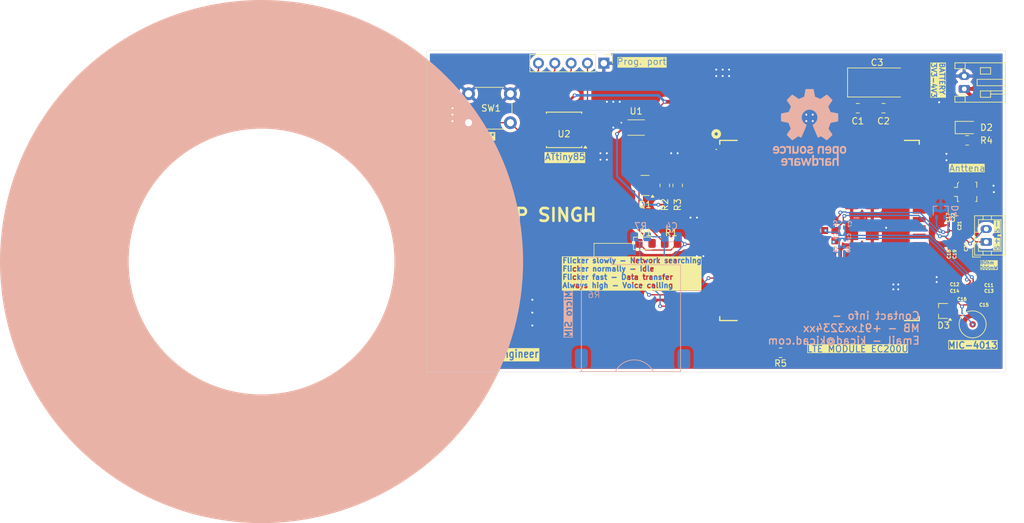
<source format=kicad_pcb>
(kicad_pcb
	(version 20240108)
	(generator "pcbnew")
	(generator_version "8.0")
	(general
		(thickness 1.6)
		(legacy_teardrops no)
	)
	(paper "A4")
	(layers
		(0 "F.Cu" signal)
		(31 "B.Cu" signal)
		(32 "B.Adhes" user "B.Adhesive")
		(33 "F.Adhes" user "F.Adhesive")
		(34 "B.Paste" user)
		(35 "F.Paste" user)
		(36 "B.SilkS" user "B.Silkscreen")
		(37 "F.SilkS" user "F.Silkscreen")
		(38 "B.Mask" user)
		(39 "F.Mask" user)
		(40 "Dwgs.User" user "User.Drawings")
		(41 "Cmts.User" user "User.Comments")
		(42 "Eco1.User" user "User.Eco1")
		(43 "Eco2.User" user "User.Eco2")
		(44 "Edge.Cuts" user)
		(45 "Margin" user)
		(46 "B.CrtYd" user "B.Courtyard")
		(47 "F.CrtYd" user "F.Courtyard")
		(48 "B.Fab" user)
		(49 "F.Fab" user)
		(50 "User.1" user)
		(51 "User.2" user)
		(52 "User.3" user)
		(53 "User.4" user)
		(54 "User.5" user)
		(55 "User.6" user)
		(56 "User.7" user)
		(57 "User.8" user)
		(58 "User.9" user)
	)
	(setup
		(stackup
			(layer "F.SilkS"
				(type "Top Silk Screen")
			)
			(layer "F.Paste"
				(type "Top Solder Paste")
			)
			(layer "F.Mask"
				(type "Top Solder Mask")
				(thickness 0.01)
			)
			(layer "F.Cu"
				(type "copper")
				(thickness 0.035)
			)
			(layer "dielectric 1"
				(type "core")
				(thickness 1.51)
				(material "FR4")
				(epsilon_r 4.5)
				(loss_tangent 0.02)
			)
			(layer "B.Cu"
				(type "copper")
				(thickness 0.035)
			)
			(layer "B.Mask"
				(type "Bottom Solder Mask")
				(thickness 0.01)
			)
			(layer "B.Paste"
				(type "Bottom Solder Paste")
			)
			(layer "B.SilkS"
				(type "Bottom Silk Screen")
			)
			(copper_finish "None")
			(dielectric_constraints no)
		)
		(pad_to_mask_clearance 0)
		(allow_soldermask_bridges_in_footprints no)
		(pcbplotparams
			(layerselection 0x00010fc_ffffffff)
			(plot_on_all_layers_selection 0x0000000_00000000)
			(disableapertmacros no)
			(usegerberextensions no)
			(usegerberattributes yes)
			(usegerberadvancedattributes yes)
			(creategerberjobfile yes)
			(dashed_line_dash_ratio 12.000000)
			(dashed_line_gap_ratio 3.000000)
			(svgprecision 4)
			(plotframeref no)
			(viasonmask no)
			(mode 1)
			(useauxorigin no)
			(hpglpennumber 1)
			(hpglpenspeed 20)
			(hpglpendiameter 15.000000)
			(pdf_front_fp_property_popups yes)
			(pdf_back_fp_property_popups yes)
			(dxfpolygonmode yes)
			(dxfimperialunits yes)
			(dxfusepcbnewfont yes)
			(psnegative no)
			(psa4output no)
			(plotreference yes)
			(plotvalue yes)
			(plotfptext yes)
			(plotinvisibletext no)
			(sketchpadsonfab no)
			(subtractmaskfromsilk no)
			(outputformat 1)
			(mirror no)
			(drillshape 1)
			(scaleselection 1)
			(outputdirectory "")
		)
	)
	(net 0 "")
	(net 1 "unconnected-(IC1-LCD_RSTB-Pad120)")
	(net 2 "unconnected-(IC1-SLEEP_IND-Pad3)")
	(net 3 "+4V")
	(net 4 "unconnected-(IC1-SPI_MISO-Pad39)")
	(net 5 "unconnected-(IC1-I2C_SDA-Pad42)")
	(net 6 "unconnected-(IC1-NET_STATUS-Pad6)")
	(net 7 "unconnected-(IC1-SDIO1_DATA1-Pad30)")
	(net 8 "unconnected-(IC1-MAIN_DTR-Pad66)")
	(net 9 "unconnected-(IC1-STATUS-Pad61)")
	(net 10 "GND")
	(net 11 "unconnected-(IC1-SDIO1_VDD-Pad34)")
	(net 12 "unconnected-(IC1-KEYIN3-Pad80)")
	(net 13 "unconnected-(IC1-SD_DET-Pad23)")
	(net 14 "unconnected-(IC1-KEYOUT3-Pad114)")
	(net 15 "unconnected-(IC1-PCM_SYNC-Pad26)")
	(net 16 "unconnected-(IC1-KEYIN1-Pad78)")
	(net 17 "unconnected-(IC1-USB_DM-Pad70)")
	(net 18 "unconnected-(IC1-SDIO1_CMD-Pad33)")
	(net 19 "unconnected-(IC1-USIM2_VDD-Pad128)")
	(net 20 "unconnected-(IC1-AP_READY-Pad2)")
	(net 21 "Net-(D1-K)")
	(net 22 "unconnected-(IC1-LCD_SI{slash}O-Pad125)")
	(net 23 "unconnected-(IC1-GRFC2-Pad144)")
	(net 24 "unconnected-(IC1-USIM_DET-Pad13)")
	(net 25 "unconnected-(IC1-ADC2-Pad43)")
	(net 26 "unconnected-(IC1-SDIO1_DATA3-Pad28)")
	(net 27 "unconnected-(IC1-SPI_MOSI-Pad38)")
	(net 28 "unconnected-(IC1-WAKEUP_IN-Pad1)")
	(net 29 "unconnected-(IC1-KEYOUT2-Pad113)")
	(net 30 "unconnected-(IC1-MAIN_DCD-Pad63)")
	(net 31 "unconnected-(IC1-PCM_CLK-Pad27)")
	(net 32 "unconnected-(IC1-I2C_SCL-Pad41)")
	(net 33 "unconnected-(IC1-SDIO2_DATA3-Pad129)")
	(net 34 "unconnected-(IC1-RESET_N-Pad20)")
	(net 35 "unconnected-(IC1-I2C2_SDA-Pad142)")
	(net 36 "/mic+")
	(net 37 "unconnected-(IC1-I2C2_SCL-Pad141)")
	(net 38 "unconnected-(IC1-WLAN_WAKE-Pad135)")
	(net 39 "unconnected-(IC1-MAIN_RTS-Pad65)")
	(net 40 "unconnected-(IC1-LCD_CLK-Pad123)")
	(net 41 "unconnected-(IC1-BT_EN-Pad139)")
	(net 42 "unconnected-(IC1-SDIO2_DATA1-Pad131)")
	(net 43 "unconnected-(IC1-GRFC1-Pad143)")
	(net 44 "unconnected-(IC1-USB_VBUS-Pad71)")
	(net 45 "unconnected-(IC1-SDIO2_DATA0-Pad132)")
	(net 46 "unconnected-(IC1-LCD_FMARK-Pad119)")
	(net 47 "unconnected-(IC1-AUX_RXD-Pad137)")
	(net 48 "Net-(D2-K)")
	(net 49 "unconnected-(IC1-PCM_DOUT-Pad25)")
	(net 50 "unconnected-(IC1-SDIO2_CMD-Pad134)")
	(net 51 "unconnected-(IC1-LCD_CS-Pad122)")
	(net 52 "unconnected-(IC1-WLAN_EN-Pad136)")
	(net 53 "unconnected-(IC1-RESERVED_5-Pad116)")
	(net 54 "unconnected-(IC1-SDIO1_DATA0-Pad31)")
	(net 55 "/gtx")
	(net 56 "unconnected-(IC1-GPIO1-Pad126)")
	(net 57 "unconnected-(IC1-SDIO1_DATA2-Pad29)")
	(net 58 "unconnected-(IC1-KEYOUT0-Pad83)")
	(net 59 "unconnected-(IC1-GND_3-Pad19)")
	(net 60 "unconnected-(IC1-SDIO2_DATA2-Pad130)")
	(net 61 "/grx")
	(net 62 "unconnected-(IC1-DBG_RXD-Pad11)")
	(net 63 "unconnected-(IC1-GND_5-Pad36)")
	(net 64 "unconnected-(IC1-W_DISABLE#-Pad4)")
	(net 65 "unconnected-(IC1-MAIN_CTS-Pad64)")
	(net 66 "unconnected-(IC1-AUX_TXD-Pad138)")
	(net 67 "mosi")
	(net 68 "unconnected-(IC1-USB_BOOT-Pad115)")
	(net 69 "miso")
	(net 70 "sck")
	(net 71 "unconnected-(IC1-RESERVED_3-Pad81)")
	(net 72 "unconnected-(IC1-RESERVED_4-Pad82)")
	(net 73 "unconnected-(IC1-RESERVED_2-Pad55)")
	(net 74 "reset")
	(net 75 "unconnected-(IC1-SDIO1_CLK-Pad32)")
	(net 76 "unconnected-(IC1-ISINK-Pad140)")
	(net 77 "unconnected-(IC1-LCD_SDC-Pad124)")
	(net 78 "unconnected-(IC1-USB_DP-Pad69)")
	(net 79 "unconnected-(IC1-KEYOUT1-Pad84)")
	(net 80 "unconnected-(IC1-RESERVED_1-Pad18)")
	(net 81 "unconnected-(IC1-GND_13-Pad56)")
	(net 82 "unconnected-(IC1-WLAN_SLP__CLK-Pad118)")
	(net 83 "Net-(Q1-C)")
	(net 84 "unconnected-(IC1-ANT_GNSS-Pad47)")
	(net 85 "unconnected-(IC1-ANT_BT{slash}WIFI__SCAN-Pad35)")
	(net 86 "unconnected-(IC1-ADC1-Pad44)")
	(net 87 "unconnected-(IC1-WLAN_PWR__EN-Pad127)")
	(net 88 "unconnected-(IC1-MAIN_RI-Pad62)")
	(net 89 "unconnected-(IC1-KEYIN2-Pad79)")
	(net 90 "unconnected-(IC1-RESERVED_6-Pad117)")
	(net 91 "unconnected-(IC1-PCM_DIN-Pad24)")
	(net 92 "unconnected-(IC1-ADC0-Pad45)")
	(net 93 "unconnected-(IC1-SPI_CS-Pad37)")
	(net 94 "Net-(Q1-B)")
	(net 95 "unconnected-(IC1-SPI_CLK-Pad40)")
	(net 96 "unconnected-(IC1-SDIO2_CLK-Pad133)")
	(net 97 "unconnected-(IC1-DBG_TXD-Pad12)")
	(net 98 "unconnected-(IC1-LCD_SEL-Pad121)")
	(net 99 "NET_M")
	(net 100 "unconnected-(U1-OE-Pad6)")
	(net 101 "/sRx")
	(net 102 "/sTx")
	(net 103 "+1V8")
	(net 104 "ANT_main")
	(net 105 "Net-(IC1-PWRKEY)")
	(net 106 "Net-(IC1-GND_4)")
	(net 107 "sim_vdd")
	(net 108 "sim_gnd")
	(net 109 "sim_clk")
	(net 110 "sim_io ")
	(net 111 "sim_rst")
	(net 112 "sim_io")
	(net 113 "unconnected-(R6-shield-Pad7)")
	(net 114 "unconnected-(R6-VPP-Pad3)")
	(net 115 "/mic-")
	(net 116 "/spk+")
	(net 117 "/spk-")
	(footprint "Button_Switch_THT:SW_PUSH_6mm_H4.3mm" (layer "F.Cu") (at 93 71.25 180))
	(footprint "Capacitor_SMD:C_0201_0603Metric_Pad0.64x0.40mm_HandSolder" (layer "F.Cu") (at 163.703 97.409))
	(footprint "Capacitor_Tantalum_SMD:CP_EIA-7343-15_Kemet-W_Pad2.25x2.55mm_HandSolder" (layer "F.Cu") (at 150 65))
	(footprint "Capacitor_SMD:C_0201_0603Metric_Pad0.64x0.40mm_HandSolder" (layer "F.Cu") (at 162.814 88.9 -90))
	(footprint "Connector_PinHeader_2.54mm:PinHeader_1x05_P2.54mm_Vertical" (layer "F.Cu") (at 107.53 62 -90))
	(footprint "Package_TO_SOT_SMD:SOT-323_SC-70" (layer "F.Cu") (at 160.29 100.506 180))
	(footprint "Capacitor_SMD:C_0805_2012Metric_Pad1.18x1.45mm_HandSolder" (layer "F.Cu") (at 151 69))
	(footprint "Capacitor_SMD:C_0201_0603Metric_Pad0.64x0.40mm_HandSolder" (layer "F.Cu") (at 165.735 97.409))
	(footprint "Capacitor_SMD:C_0201_0603Metric_Pad0.64x0.40mm_HandSolder" (layer "F.Cu") (at 161.163 89.9675 90))
	(footprint "Capacitor_SMD:C_0201_0603Metric_Pad0.64x0.40mm_HandSolder" (layer "F.Cu") (at 163.703 96.52))
	(footprint "Connector_JST:JST_PH_B2B-PH-K_1x02_P2.00mm_Vertical" (layer "F.Cu") (at 166.963 89.773 90))
	(footprint "Capacitor_SMD:C_0201_0603Metric_Pad0.64x0.40mm_HandSolder" (layer "F.Cu") (at 161.983 89.927 90))
	(footprint "EC200U:EC200U" (layer "F.Cu") (at 141.05 88))
	(footprint "Resistor_SMD:R_0805_2012Metric_Pad1.20x1.40mm_HandSolder" (layer "F.Cu") (at 135 107 180))
	(footprint "Capacitor_SMD:C_0201_0603Metric_Pad0.64x0.40mm_HandSolder" (layer "F.Cu") (at 165.7085 96.52))
	(footprint "Package_TO_SOT_SMD:SOT-23" (layer "F.Cu") (at 113.9375 81 180))
	(footprint "Package_SO:VSSOP-8_2.4x2.1mm_P0.5mm" (layer "F.Cu") (at 112.55 72))
	(footprint "LED_SMD:LED_0805_2012Metric_Pad1.15x1.40mm_HandSolder" (layer "F.Cu") (at 114 90))
	(footprint "Capacitor_SMD:C_0201_0603Metric_Pad0.64x0.40mm_HandSolder" (layer "F.Cu") (at 161.925 87.63 90))
	(footprint "Resistor_SMD:R_0805_2012Metric_Pad1.20x1.40mm_HandSolder" (layer "F.Cu") (at 117 81 90))
	(footprint "Package_SO:SOIC-8W_5.3x5.3mm_P1.27mm" (layer "F.Cu") (at 101.35 72.365 180))
	(footprint "Resistor_SMD:R_0805_2012Metric_Pad1.20x1.40mm_HandSolder" (layer "F.Cu") (at 119 81 -90))
	(footprint "Capacitor_SMD:C_0201_0603Metric_Pad0.64x0.40mm_HandSolder" (layer "F.Cu") (at 164.9215 98.679 180))
	(footprint "Connector_JST:JST_PH_S2B-PH-K_1x02_P2.00mm_Horizontal" (layer "F.Cu") (at 163.55 66 90))
	(footprint "Sensor_Audio:CUI_CMC-4013-SMT" (layer "F.Cu") (at 164.846 102.594))
	(footprint "Capacitor_SMD:C_0201_0603Metric_Pad0.64x0.40mm_HandSolder" (layer "F.Cu") (at 161.1115 87.63 90))
	(footprint "Connector_Coaxial:U.FL_Molex_MCRF_73412-0110_Vertical" (layer "F.Cu") (at 164 82 -90))
	(footprint "Resistor_SMD:R_0805_2012Metric_Pad1.20x1.40mm_HandSolder" (layer "F.Cu") (at 164 74 180))
	(footprint "Capacitor_SMD:C_0201_0603Metric_Pad0.64x0.40mm_HandSolder" (layer "F.Cu") (at 163.703 88.9 -90))
	(footprint "Capacitor_SMD:C_0805_2012Metric_Pad1.18x1.45mm_HandSolder"
		(layer "F.Cu")
		(uuid "da18f70f-f761-426f-a27e-ad4f3901f7d9")
		(at 147 69 180)
		(descr "Capacitor SMD 0805 (2012 Metric), square (rectangular) end terminal, IPC_7351 nominal with elongated pad for handsoldering. (Body size source: IPC-SM-782 page 76, https://www.pcb-3d.com/wordpress/wp-content/uploads/ipc-sm-782a_amendment_1_and_2.pdf, https://docs.google.com/spreadsheets/d/1BsfQQcO9C6DZCsRaXUlFlo91Tg2WpOkGARC1WS5S8t0/edit?usp=sharing), generated with kicad-footprint-generator")
		(tags "capacitor handsolder")
		(property "Reference" "C1"
			(at 0 -2 180)
			(layer "F.SilkS")
			(uuid "6c3f2067-7128-4497-9cad-235d1bf3acf3")
			(effects
				(font
					(size 1 1)
					(thickness 0.15)
				)
			)
		)
		(property "Value" "100nf"
			(at 0 1.68 180)
			(layer "F.Fab")
			(uuid "d8752745-acb4-46a3-b13d-f8810f8937a0")
			(effects
				(font
					(size 1 1)
					(thickness 0.15)
				)
			)
		)
		(property "Footprint" "Capacitor_SMD:C_0805_2012Metric_Pad1.18x1.45mm_HandSolder"
			(at 0 0 180)
			(unlocked yes)
			(layer "F.Fab")
			(hide yes)
			(uuid "63470fe7-2b66-43d9-bc97-b2d5d1fbb0c3")
			(effects
				(font
					(size 1.27 1.27)
				)
			)
		)
		(property "Datasheet" ""
			(at 0 0 180)
			(unlocked yes)
			(layer "F.Fab")
			(hide yes)
			(uuid "b6f3303c-7b5b-434c-b322-4eaf073d2cf0")
			(effects
				(font
					(size 1.27 1.27)
				)
			)
		)
		(property "Description" ""
			(at 0 0 180)
			(unlocked yes)
			(layer "F.Fab")
			(hide yes)
			(uuid "90100872-c1cc-478e-94ce-876daca102b8")
			(effects
				(font
					(size 1.27 1.27)
				)
			)
		)
		(property ki_fp_filters "C_*")
		(path "/b2723cad-0e3e-4376-97ce-c1a3d64e01c4")
		(sheetname "Root")
		(sheetfile "Busi_card_v1.kicad_sch")
		(attr smd)
		(fp_line
			(start -0.261252 0.735)
			(end 0.261252 0.735)
			(stroke
				(width 0.12)
				(type solid)
			)
			(layer "F.SilkS")
			(uuid "7dc97064-41c2-4952-9df2-b312e229f0d6")
		)
		(fp_line
			(start -0.261252 -0.735)
			(end 0.261252 -0.735)
			(stroke
				(width 0.12)
				(type solid)
			)
			(layer "F.SilkS")
			(uuid "283f77d5-a257-4cda-bce9-8ac5b0c76aa0")
		)
		(fp_line
			(start 1.88 0.98)
			(end -1.88 0.98)
			(stroke
				(width 0.05)
				(type solid)
			)
			(layer "F.CrtYd")
			(uuid "427ce531-5362-42e4-8ed1-46b0937fac06")
		)
		(fp_line
			(start 1.88 -0.98)
			(end 1.88 0.98)
			(stroke
				(width 0.05)
				(type solid)
			)
			(layer "F.CrtYd")
			(uuid "74269e95-799c-4c07-9471-68085e7
... [405648 chars truncated]
</source>
